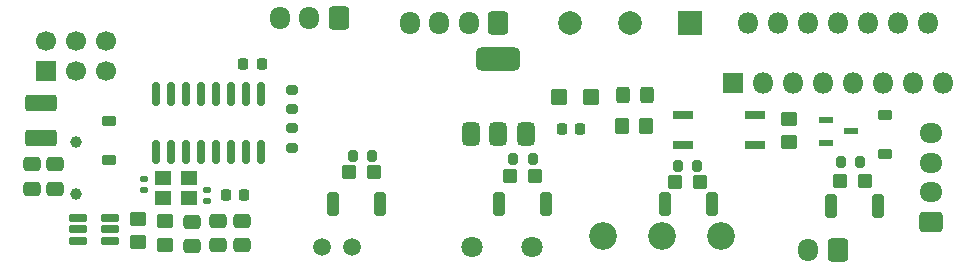
<source format=gbr>
%TF.GenerationSoftware,KiCad,Pcbnew,9.0.1*%
%TF.CreationDate,2025-06-20T00:57:14+09:00*%
%TF.ProjectId,NanoV3.3,4e616e6f-5633-42e3-932e-6b696361645f,rev?*%
%TF.SameCoordinates,Original*%
%TF.FileFunction,Soldermask,Bot*%
%TF.FilePolarity,Negative*%
%FSLAX46Y46*%
G04 Gerber Fmt 4.6, Leading zero omitted, Abs format (unit mm)*
G04 Created by KiCad (PCBNEW 9.0.1) date 2025-06-20 00:57:14*
%MOMM*%
%LPD*%
G01*
G04 APERTURE LIST*
G04 Aperture macros list*
%AMRoundRect*
0 Rectangle with rounded corners*
0 $1 Rounding radius*
0 $2 $3 $4 $5 $6 $7 $8 $9 X,Y pos of 4 corners*
0 Add a 4 corners polygon primitive as box body*
4,1,4,$2,$3,$4,$5,$6,$7,$8,$9,$2,$3,0*
0 Add four circle primitives for the rounded corners*
1,1,$1+$1,$2,$3*
1,1,$1+$1,$4,$5*
1,1,$1+$1,$6,$7*
1,1,$1+$1,$8,$9*
0 Add four rect primitives between the rounded corners*
20,1,$1+$1,$2,$3,$4,$5,0*
20,1,$1+$1,$4,$5,$6,$7,0*
20,1,$1+$1,$6,$7,$8,$9,0*
20,1,$1+$1,$8,$9,$2,$3,0*%
G04 Aperture macros list end*
%ADD10RoundRect,0.140000X0.170000X-0.140000X0.170000X0.140000X-0.170000X0.140000X-0.170000X-0.140000X0*%
%ADD11R,1.400000X1.200000*%
%ADD12RoundRect,0.225000X0.375000X-0.225000X0.375000X0.225000X-0.375000X0.225000X-0.375000X-0.225000X0*%
%ADD13RoundRect,0.225000X0.225000X0.250000X-0.225000X0.250000X-0.225000X-0.250000X0.225000X-0.250000X0*%
%ADD14RoundRect,0.140000X-0.170000X0.140000X-0.170000X-0.140000X0.170000X-0.140000X0.170000X0.140000X0*%
%ADD15R,1.700000X1.700000*%
%ADD16C,1.700000*%
%ADD17R,2.000000X2.000000*%
%ADD18C,2.000000*%
%ADD19RoundRect,0.250000X0.600000X0.725000X-0.600000X0.725000X-0.600000X-0.725000X0.600000X-0.725000X0*%
%ADD20O,1.700000X1.950000*%
%ADD21RoundRect,0.250000X0.725000X-0.600000X0.725000X0.600000X-0.725000X0.600000X-0.725000X-0.600000X0*%
%ADD22O,1.950000X1.700000*%
%ADD23C,1.500000*%
%ADD24C,1.800000*%
%ADD25C,1.000000*%
%ADD26R,1.800000X1.800000*%
%ADD27O,1.800000X1.800000*%
%ADD28C,2.340000*%
%ADD29RoundRect,0.250000X-0.450000X0.350000X-0.450000X-0.350000X0.450000X-0.350000X0.450000X0.350000X0*%
%ADD30RoundRect,0.180000X0.420000X0.420000X-0.420000X0.420000X-0.420000X-0.420000X0.420000X-0.420000X0*%
%ADD31RoundRect,0.200000X0.200000X0.275000X-0.200000X0.275000X-0.200000X-0.275000X0.200000X-0.275000X0*%
%ADD32RoundRect,0.250000X-0.475000X0.337500X-0.475000X-0.337500X0.475000X-0.337500X0.475000X0.337500X0*%
%ADD33RoundRect,0.200000X0.275000X-0.200000X0.275000X0.200000X-0.275000X0.200000X-0.275000X-0.200000X0*%
%ADD34R,1.250000X0.600000*%
%ADD35R,1.750000X0.650000*%
%ADD36RoundRect,0.152400X0.355600X0.838200X-0.355600X0.838200X-0.355600X-0.838200X0.355600X-0.838200X0*%
%ADD37RoundRect,0.225000X-0.225000X-0.250000X0.225000X-0.250000X0.225000X0.250000X-0.225000X0.250000X0*%
%ADD38RoundRect,0.250000X0.457500X0.445000X-0.457500X0.445000X-0.457500X-0.445000X0.457500X-0.445000X0*%
%ADD39RoundRect,0.250000X-0.325000X-0.450000X0.325000X-0.450000X0.325000X0.450000X-0.325000X0.450000X0*%
%ADD40RoundRect,0.150000X0.150000X-0.825000X0.150000X0.825000X-0.150000X0.825000X-0.150000X-0.825000X0*%
%ADD41RoundRect,0.225000X-0.375000X0.225000X-0.375000X-0.225000X0.375000X-0.225000X0.375000X0.225000X0*%
%ADD42RoundRect,0.250000X0.350000X0.450000X-0.350000X0.450000X-0.350000X-0.450000X0.350000X-0.450000X0*%
%ADD43RoundRect,0.375000X0.375000X-0.625000X0.375000X0.625000X-0.375000X0.625000X-0.375000X-0.625000X0*%
%ADD44RoundRect,0.500000X1.400000X-0.500000X1.400000X0.500000X-1.400000X0.500000X-1.400000X-0.500000X0*%
%ADD45RoundRect,0.250001X1.074999X-0.462499X1.074999X0.462499X-1.074999X0.462499X-1.074999X-0.462499X0*%
%ADD46RoundRect,0.162500X0.617500X0.162500X-0.617500X0.162500X-0.617500X-0.162500X0.617500X-0.162500X0*%
%ADD47RoundRect,0.250000X0.450000X-0.350000X0.450000X0.350000X-0.450000X0.350000X-0.450000X-0.350000X0*%
G04 APERTURE END LIST*
D10*
%TO.C,C4*%
X101800000Y-124120000D03*
X101800000Y-125080000D03*
%TD*%
D11*
%TO.C,Y3*%
X100300000Y-124850000D03*
X98100000Y-124850000D03*
X98100000Y-123150000D03*
X100300000Y-123150000D03*
%TD*%
D12*
%TO.C,D10*%
X93500000Y-121650000D03*
X93500000Y-118350000D03*
%TD*%
D13*
%TO.C,C14*%
X104975000Y-124600000D03*
X103425000Y-124600000D03*
%TD*%
D14*
%TO.C,C13*%
X96500000Y-123220000D03*
X96500000Y-124180000D03*
%TD*%
D15*
%TO.C,J2*%
X88170000Y-114060000D03*
D16*
X88170000Y-111520000D03*
X90710000Y-114060000D03*
X90710000Y-111520000D03*
X93250000Y-114060000D03*
X93250000Y-111520000D03*
%TD*%
D17*
%TO.C,SW6*%
X142750000Y-110000000D03*
D18*
X137670000Y-110000000D03*
X132590000Y-110000000D03*
%TD*%
D19*
%TO.C,CN12*%
X113000000Y-109600000D03*
D20*
X110500000Y-109600000D03*
X108000000Y-109600000D03*
%TD*%
D19*
%TO.C,J8*%
X155250000Y-129250000D03*
D20*
X152750000Y-129250000D03*
%TD*%
D21*
%TO.C,J3*%
X163160000Y-126870000D03*
D22*
X163160000Y-124370000D03*
X163160000Y-121870000D03*
X163160000Y-119370000D03*
%TD*%
D23*
%TO.C,K6*%
X111610000Y-128950000D03*
X114150000Y-128950000D03*
D24*
X124310000Y-128950000D03*
X129390000Y-128950000D03*
%TD*%
D19*
%TO.C,J5*%
X126500000Y-110000000D03*
D20*
X124000000Y-110000000D03*
X121500000Y-110000000D03*
X119000000Y-110000000D03*
%TD*%
D25*
%TO.C,J1*%
X90715000Y-120070000D03*
X90715000Y-124470000D03*
%TD*%
D26*
%TO.C,U2*%
X146340000Y-115080000D03*
D27*
X147610000Y-110000000D03*
X148880000Y-115080000D03*
X150150000Y-110000000D03*
X151420000Y-115080000D03*
X152690000Y-110000000D03*
X153960000Y-115080000D03*
X155230000Y-110000000D03*
X156500000Y-115080000D03*
X157770000Y-110000000D03*
X159040000Y-115080000D03*
X160310000Y-110000000D03*
X161580000Y-115080000D03*
X162850000Y-110000000D03*
X164120000Y-115080000D03*
%TD*%
D28*
%TO.C,RV1*%
X135330000Y-128080000D03*
X140330000Y-128080000D03*
X145330000Y-128080000D03*
%TD*%
D29*
%TO.C,R3*%
X98300000Y-126800000D03*
X98300000Y-128800000D03*
%TD*%
D30*
%TO.C,L5*%
X157550000Y-123400000D03*
X155450000Y-123400000D03*
%TD*%
D31*
%TO.C,R12*%
X143325000Y-122100000D03*
X141675000Y-122100000D03*
%TD*%
D32*
%TO.C,C11*%
X89000000Y-121962500D03*
X89000000Y-124037500D03*
%TD*%
D30*
%TO.C,L4*%
X143550000Y-123500000D03*
X141450000Y-123500000D03*
%TD*%
D32*
%TO.C,C8*%
X102800000Y-126762500D03*
X102800000Y-128837500D03*
%TD*%
%TO.C,C10*%
X87000000Y-121962500D03*
X87000000Y-124037500D03*
%TD*%
D13*
%TO.C,C2*%
X133447500Y-118980000D03*
X131897500Y-118980000D03*
%TD*%
D33*
%TO.C,R2*%
X109000000Y-117325000D03*
X109000000Y-115675000D03*
%TD*%
D34*
%TO.C,Q9*%
X154250000Y-120160000D03*
X154250000Y-118250000D03*
X156350000Y-119205000D03*
%TD*%
D35*
%TO.C,U7*%
X142105000Y-120370000D03*
X142105000Y-117830000D03*
X148255000Y-117830000D03*
X148255000Y-120370000D03*
%TD*%
D36*
%TO.C,SW3*%
X130526917Y-125340000D03*
X126526417Y-125340000D03*
%TD*%
D37*
%TO.C,C5*%
X104900000Y-113525000D03*
X106450000Y-113525000D03*
%TD*%
D38*
%TO.C,C1*%
X134352500Y-116250000D03*
X131647500Y-116250000D03*
%TD*%
D31*
%TO.C,R11*%
X129400000Y-121500000D03*
X127750000Y-121500000D03*
%TD*%
D39*
%TO.C,D22*%
X137047500Y-116090000D03*
X139097500Y-116090000D03*
%TD*%
D32*
%TO.C,C9*%
X104800000Y-126762500D03*
X104800000Y-128837500D03*
%TD*%
D40*
%TO.C,U5*%
X106445000Y-120975000D03*
X105175000Y-120975000D03*
X103905000Y-120975000D03*
X102635000Y-120975000D03*
X101365000Y-120975000D03*
X100095000Y-120975000D03*
X98825000Y-120975000D03*
X97555000Y-120975000D03*
X97555000Y-116025000D03*
X98825000Y-116025000D03*
X100095000Y-116025000D03*
X101365000Y-116025000D03*
X102635000Y-116025000D03*
X103905000Y-116025000D03*
X105175000Y-116025000D03*
X106445000Y-116025000D03*
%TD*%
D29*
%TO.C,R36*%
X151120000Y-118120000D03*
X151120000Y-120120000D03*
%TD*%
D41*
%TO.C,D21*%
X159250000Y-117850000D03*
X159250000Y-121150000D03*
%TD*%
D42*
%TO.C,R35*%
X139000000Y-118750000D03*
X137000000Y-118750000D03*
%TD*%
D30*
%TO.C,L3*%
X129580000Y-123000000D03*
X127480000Y-123000000D03*
%TD*%
D32*
%TO.C,C12*%
X100550000Y-126862500D03*
X100550000Y-128937500D03*
%TD*%
D36*
%TO.C,SW2*%
X116460250Y-125340000D03*
X112459750Y-125340000D03*
%TD*%
D31*
%TO.C,R10*%
X115825000Y-121250000D03*
X114175000Y-121250000D03*
%TD*%
D36*
%TO.C,SW4*%
X144593583Y-125340000D03*
X140593083Y-125340000D03*
%TD*%
D43*
%TO.C,U1*%
X128800000Y-119400000D03*
X126500000Y-119400000D03*
X124200000Y-119400000D03*
D44*
X126500000Y-113100000D03*
%TD*%
D33*
%TO.C,R9*%
X109000000Y-120575000D03*
X109000000Y-118925000D03*
%TD*%
D36*
%TO.C,SW5*%
X158660250Y-125500000D03*
X154659750Y-125500000D03*
%TD*%
D45*
%TO.C,L1*%
X87750000Y-119737500D03*
X87750000Y-116762500D03*
%TD*%
D31*
%TO.C,R13*%
X157125000Y-121800000D03*
X155475000Y-121800000D03*
%TD*%
D30*
%TO.C,L2*%
X115990000Y-122670000D03*
X113890000Y-122670000D03*
%TD*%
D46*
%TO.C,U3*%
X93600000Y-126550000D03*
X93600000Y-127500000D03*
X93600000Y-128450000D03*
X90900000Y-128450000D03*
X90900000Y-127500000D03*
X90900000Y-126550000D03*
%TD*%
D47*
%TO.C,R4*%
X96000000Y-128600000D03*
X96000000Y-126600000D03*
%TD*%
M02*

</source>
